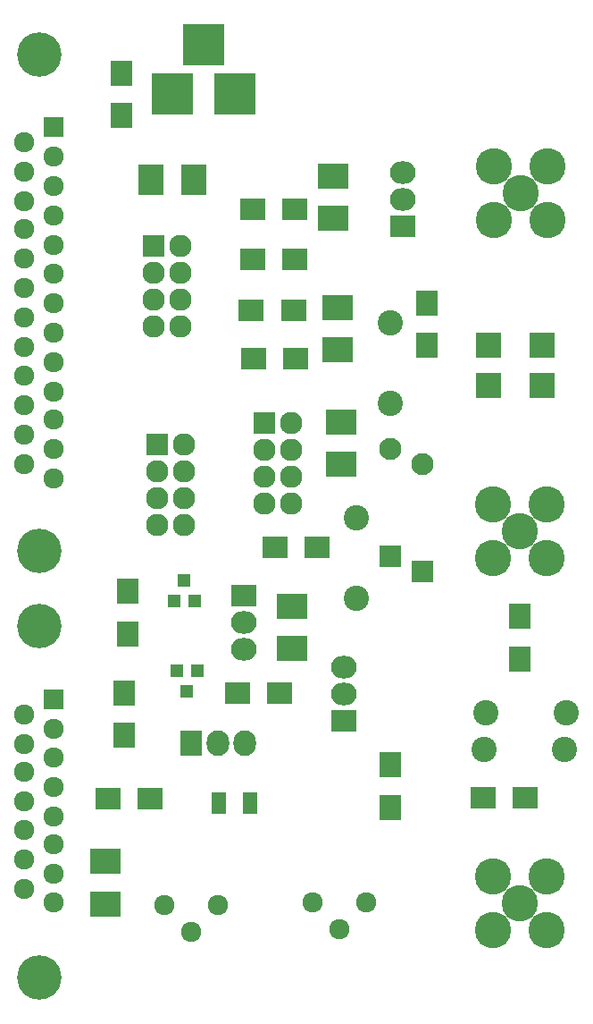
<source format=gbr>
G04 #@! TF.FileFunction,Soldermask,Top*
%FSLAX46Y46*%
G04 Gerber Fmt 4.6, Leading zero omitted, Abs format (unit mm)*
G04 Created by KiCad (PCBNEW 4.0.1-3.201512221401+6198~38~ubuntu15.10.1-stable) date Sat 12 Nov 2016 04:44:46 AM PST*
%MOMM*%
G01*
G04 APERTURE LIST*
%ADD10C,0.100000*%
%ADD11R,2.400000X2.000000*%
%ADD12R,2.000000X2.400000*%
%ADD13R,3.900120X3.900120*%
%ADD14C,2.099260*%
%ADD15R,2.099260X2.099260*%
%ADD16C,4.210000*%
%ADD17R,1.924000X1.924000*%
%ADD18C,1.924000*%
%ADD19C,3.448000*%
%ADD20R,2.432000X2.127200*%
%ADD21O,2.432000X2.127200*%
%ADD22R,2.127200X2.432000*%
%ADD23O,2.127200X2.432000*%
%ADD24R,2.127200X2.127200*%
%ADD25O,2.127200X2.127200*%
%ADD26R,1.200100X1.200100*%
%ADD27R,2.100000X2.400000*%
%ADD28R,2.400000X2.100000*%
%ADD29C,2.398980*%
%ADD30R,2.398980X2.398980*%
%ADD31R,2.900000X2.400000*%
%ADD32R,2.400000X2.900000*%
%ADD33R,1.400000X2.000000*%
G04 APERTURE END LIST*
D10*
D11*
X126270000Y-129595000D03*
X122270000Y-129595000D03*
D12*
X133180000Y-154205000D03*
X133180000Y-150205000D03*
X136615000Y-110470000D03*
X136615000Y-106470000D03*
D11*
X110385000Y-153360000D03*
X106385000Y-153360000D03*
X142000000Y-153325000D03*
X146000000Y-153325000D03*
D13*
X112479860Y-86695000D03*
X118479340Y-86695000D03*
X115479600Y-81996000D03*
D14*
X136250460Y-121755480D03*
D15*
X136250460Y-131915480D03*
D14*
X133165460Y-120315480D03*
D15*
X133165460Y-130475480D03*
D16*
X99873000Y-170306000D03*
X99873000Y-137032000D03*
D17*
X101270000Y-144017000D03*
D18*
X101270000Y-146811000D03*
X101270000Y-149478000D03*
X101270000Y-152272000D03*
X101270000Y-155066000D03*
X101270000Y-157733000D03*
X101270000Y-160527000D03*
X101270000Y-163194000D03*
X98476000Y-145414000D03*
X98476000Y-148208000D03*
X98476000Y-150875000D03*
X98476000Y-153669000D03*
X98476000Y-156336000D03*
X98476000Y-159130000D03*
X98476000Y-161924000D03*
D16*
X99873000Y-129972000D03*
X99873000Y-82982000D03*
D17*
X101270000Y-89840000D03*
D18*
X101270000Y-92634000D03*
X101270000Y-95428000D03*
X101270000Y-98222000D03*
X101270000Y-101016000D03*
X101270000Y-103683000D03*
X101270000Y-106477000D03*
X101270000Y-109271000D03*
X101270000Y-112065000D03*
X101270000Y-114859000D03*
X101270000Y-117526000D03*
X101270000Y-120320000D03*
X101270000Y-123114000D03*
X98476000Y-91237000D03*
X98476000Y-94031000D03*
X98476000Y-96825000D03*
X98476000Y-99492000D03*
X98476000Y-102286000D03*
X98476000Y-105080000D03*
X98476000Y-107874000D03*
X98476000Y-110668000D03*
X98476000Y-113335000D03*
X98476000Y-116129000D03*
X98476000Y-118923000D03*
X98476000Y-121717000D03*
D19*
X145570000Y-96060000D03*
X148110000Y-93520000D03*
X148110000Y-98600000D03*
X143030000Y-98600000D03*
X143030000Y-93520000D03*
X145410000Y-128070000D03*
X147950000Y-125530000D03*
X147950000Y-130610000D03*
X142870000Y-130610000D03*
X142870000Y-125530000D03*
X145455000Y-163290000D03*
X147995000Y-160750000D03*
X147995000Y-165830000D03*
X142915000Y-165830000D03*
X142915000Y-160750000D03*
D20*
X119325000Y-134160000D03*
D21*
X119325000Y-136700000D03*
X119325000Y-139240000D03*
D22*
X114325000Y-148115000D03*
D23*
X116865000Y-148115000D03*
X119405000Y-148115000D03*
D20*
X128810000Y-146020000D03*
D21*
X128810000Y-143480000D03*
X128810000Y-140940000D03*
D20*
X134325000Y-99240000D03*
D21*
X134325000Y-96700000D03*
X134325000Y-94160000D03*
D24*
X111105000Y-119815000D03*
D25*
X113645000Y-119815000D03*
X111105000Y-122355000D03*
X113645000Y-122355000D03*
X111105000Y-124895000D03*
X113645000Y-124895000D03*
X111105000Y-127435000D03*
X113645000Y-127435000D03*
D24*
X110725000Y-101030000D03*
D25*
X113265000Y-101030000D03*
X110725000Y-103570000D03*
X113265000Y-103570000D03*
X110725000Y-106110000D03*
X113265000Y-106110000D03*
X110725000Y-108650000D03*
X113265000Y-108650000D03*
D24*
X121260000Y-117785000D03*
D25*
X123800000Y-117785000D03*
X121260000Y-120325000D03*
X123800000Y-120325000D03*
X121260000Y-122865000D03*
X123800000Y-122865000D03*
X121260000Y-125405000D03*
X123800000Y-125405000D03*
D26*
X112694000Y-134690760D03*
X114594000Y-134690760D03*
X113644000Y-132691780D03*
X114850000Y-141255240D03*
X112950000Y-141255240D03*
X113900000Y-143254220D03*
D27*
X108255000Y-133780000D03*
X108255000Y-137780000D03*
X107920000Y-147385000D03*
X107920000Y-143385000D03*
D28*
X120180000Y-111695000D03*
X124180000Y-111695000D03*
X119990000Y-107125000D03*
X123990000Y-107125000D03*
X120115000Y-102300000D03*
X124115000Y-102300000D03*
X120115000Y-97605000D03*
X124115000Y-97605000D03*
D29*
X129995000Y-126785000D03*
X129995000Y-134405000D03*
X133215000Y-115960000D03*
X133215000Y-108340000D03*
X142250000Y-145255000D03*
X149870000Y-145255000D03*
X142055000Y-148760000D03*
X149675000Y-148760000D03*
D18*
X128365000Y-165710000D03*
X130905000Y-163170000D03*
X125825000Y-163170000D03*
X114305000Y-165975000D03*
X116845000Y-163435000D03*
X111765000Y-163435000D03*
D30*
X147555000Y-110435000D03*
X147555000Y-114245000D03*
X142475000Y-110435000D03*
X142475000Y-114245000D03*
D12*
X145410000Y-136135000D03*
X145410000Y-140135000D03*
D31*
X128490000Y-121735000D03*
X128490000Y-117735000D03*
X128195000Y-110875000D03*
X128195000Y-106875000D03*
D11*
X118675000Y-143355000D03*
X122675000Y-143355000D03*
D31*
X106180000Y-163350000D03*
X106180000Y-159350000D03*
X123830000Y-139160000D03*
X123830000Y-135160000D03*
D12*
X107665000Y-88715000D03*
X107665000Y-84715000D03*
D32*
X110510000Y-94830000D03*
X114510000Y-94830000D03*
D31*
X127750000Y-98465000D03*
X127750000Y-94465000D03*
D33*
X116915000Y-153825000D03*
X119915000Y-153825000D03*
M02*

</source>
